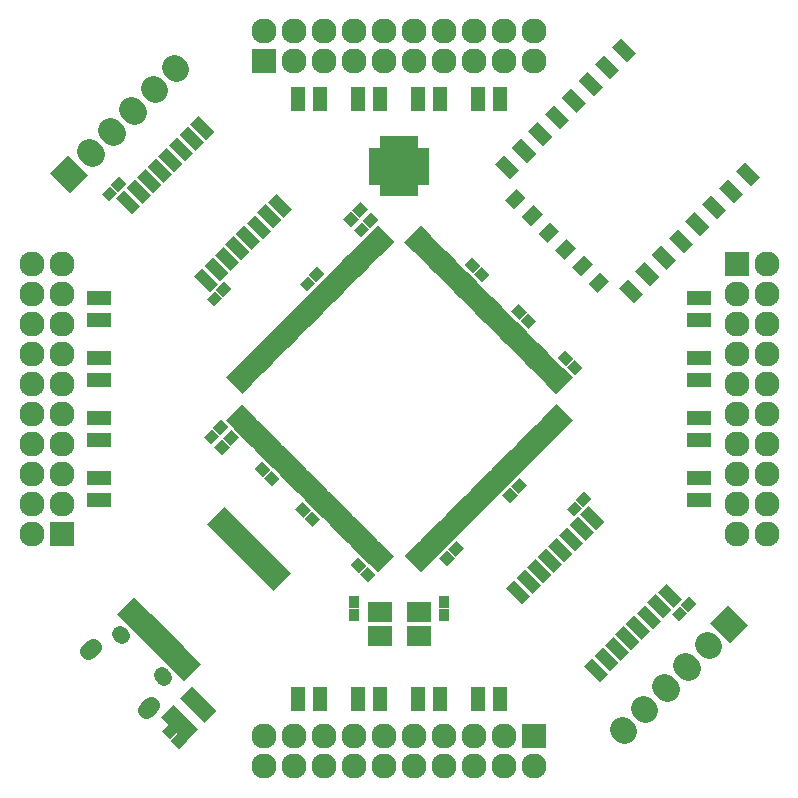
<source format=gbr>
G04 #@! TF.FileFunction,Soldermask,Bot*
%FSLAX46Y46*%
G04 Gerber Fmt 4.6, Leading zero omitted, Abs format (unit mm)*
G04 Created by KiCad (PCBNEW 4.0.6-e0-6349~53~ubuntu14.04.1) date Tue Mar 21 08:09:45 2017*
%MOMM*%
%LPD*%
G01*
G04 APERTURE LIST*
%ADD10C,0.100000*%
%ADD11R,1.250000X0.700000*%
%ADD12R,0.700000X1.250000*%
%ADD13R,1.700000X1.700000*%
%ADD14R,2.127200X2.127200*%
%ADD15O,2.127200X2.127200*%
%ADD16R,0.900000X1.000000*%
%ADD17R,1.149300X0.798780*%
%ADD18R,0.798780X1.149300*%
%ADD19R,2.000000X1.700000*%
%ADD20C,2.127200*%
%ADD21C,1.350000*%
%ADD22C,1.400000*%
G04 APERTURE END LIST*
D10*
G36*
X167806978Y-95041907D02*
X166817029Y-96031856D01*
X166039212Y-95254039D01*
X167029161Y-94264090D01*
X167806978Y-95041907D01*
X167806978Y-95041907D01*
G37*
G36*
X166392765Y-93627693D02*
X165402816Y-94617642D01*
X164624999Y-93839825D01*
X165614948Y-92849876D01*
X166392765Y-93627693D01*
X166392765Y-93627693D01*
G37*
G36*
X164978551Y-92213479D02*
X163988602Y-93203428D01*
X163210785Y-92425611D01*
X164200734Y-91435662D01*
X164978551Y-92213479D01*
X164978551Y-92213479D01*
G37*
G36*
X163564338Y-90799266D02*
X162574389Y-91789215D01*
X161796572Y-91011398D01*
X162786521Y-90021449D01*
X163564338Y-90799266D01*
X163564338Y-90799266D01*
G37*
G36*
X162150124Y-89385052D02*
X161160175Y-90375001D01*
X160382358Y-89597184D01*
X161372307Y-88607235D01*
X162150124Y-89385052D01*
X162150124Y-89385052D01*
G37*
G36*
X160735910Y-87970839D02*
X159745961Y-88960788D01*
X158968144Y-88182971D01*
X159958093Y-87193022D01*
X160735910Y-87970839D01*
X160735910Y-87970839D01*
G37*
G36*
X160170226Y-85637386D02*
X159392408Y-86415204D01*
X158119616Y-85142412D01*
X158897434Y-84364594D01*
X160170226Y-85637386D01*
X160170226Y-85637386D01*
G37*
G36*
X161584439Y-84223172D02*
X160806621Y-85000990D01*
X159533829Y-83728198D01*
X160311647Y-82950380D01*
X161584439Y-84223172D01*
X161584439Y-84223172D01*
G37*
G36*
X162998653Y-82808959D02*
X162220835Y-83586777D01*
X160948043Y-82313985D01*
X161725861Y-81536167D01*
X162998653Y-82808959D01*
X162998653Y-82808959D01*
G37*
G36*
X164412866Y-81394745D02*
X163635048Y-82172563D01*
X162362256Y-80899771D01*
X163140074Y-80121953D01*
X164412866Y-81394745D01*
X164412866Y-81394745D01*
G37*
G36*
X165827080Y-79980532D02*
X165049262Y-80758350D01*
X163776470Y-79485558D01*
X164554288Y-78707740D01*
X165827080Y-79980532D01*
X165827080Y-79980532D01*
G37*
G36*
X167241293Y-78566318D02*
X166463475Y-79344136D01*
X165190683Y-78071344D01*
X165968501Y-77293526D01*
X167241293Y-78566318D01*
X167241293Y-78566318D01*
G37*
G36*
X168655507Y-77152105D02*
X167877689Y-77929923D01*
X166604897Y-76657131D01*
X167382715Y-75879313D01*
X168655507Y-77152105D01*
X168655507Y-77152105D01*
G37*
G36*
X170069721Y-75737891D02*
X169291903Y-76515709D01*
X168019111Y-75242917D01*
X168796929Y-74465099D01*
X170069721Y-75737891D01*
X170069721Y-75737891D01*
G37*
G36*
X170635406Y-96102566D02*
X169857588Y-96880384D01*
X168584796Y-95607592D01*
X169362614Y-94829774D01*
X170635406Y-96102566D01*
X170635406Y-96102566D01*
G37*
G36*
X172049620Y-94688353D02*
X171271802Y-95466171D01*
X169999010Y-94193379D01*
X170776828Y-93415561D01*
X172049620Y-94688353D01*
X172049620Y-94688353D01*
G37*
G36*
X173463833Y-93274139D02*
X172686015Y-94051957D01*
X171413223Y-92779165D01*
X172191041Y-92001347D01*
X173463833Y-93274139D01*
X173463833Y-93274139D01*
G37*
G36*
X174878047Y-91859926D02*
X174100229Y-92637744D01*
X172827437Y-91364952D01*
X173605255Y-90587134D01*
X174878047Y-91859926D01*
X174878047Y-91859926D01*
G37*
G36*
X176292260Y-90445712D02*
X175514442Y-91223530D01*
X174241650Y-89950738D01*
X175019468Y-89172920D01*
X176292260Y-90445712D01*
X176292260Y-90445712D01*
G37*
G36*
X177706474Y-89031499D02*
X176928656Y-89809317D01*
X175655864Y-88536525D01*
X176433682Y-87758707D01*
X177706474Y-89031499D01*
X177706474Y-89031499D01*
G37*
G36*
X179120687Y-87617285D02*
X178342869Y-88395103D01*
X177070077Y-87122311D01*
X177847895Y-86344493D01*
X179120687Y-87617285D01*
X179120687Y-87617285D01*
G37*
G36*
X180534901Y-86203071D02*
X179757083Y-86980889D01*
X178484291Y-85708097D01*
X179262109Y-84930279D01*
X180534901Y-86203071D01*
X180534901Y-86203071D01*
G37*
D11*
X151950000Y-84065000D03*
X151950000Y-84565000D03*
X151950000Y-85065000D03*
X151950000Y-85565000D03*
X151950000Y-86065000D03*
X151950000Y-86565000D03*
D12*
X151250000Y-87265000D03*
X150750000Y-87265000D03*
X150250000Y-87265000D03*
X149750000Y-87265000D03*
X149250000Y-87265000D03*
X148750000Y-87265000D03*
D11*
X148050000Y-86565000D03*
X148050000Y-86065000D03*
X148050000Y-85565000D03*
X148050000Y-85065000D03*
X148050000Y-84565000D03*
X148050000Y-84065000D03*
D12*
X148750000Y-83365000D03*
X149250000Y-83365000D03*
X149750000Y-83365000D03*
X150250000Y-83365000D03*
X150750000Y-83365000D03*
X151250000Y-83365000D03*
D13*
X149350000Y-85965000D03*
X149350000Y-84665000D03*
X150650000Y-85965000D03*
X150650000Y-84665000D03*
D10*
G36*
X126033559Y-88026845D02*
X126740666Y-87319738D01*
X128084169Y-88663241D01*
X127377062Y-89370348D01*
X126033559Y-88026845D01*
X126033559Y-88026845D01*
G37*
G36*
X126931584Y-87128819D02*
X127638691Y-86421712D01*
X128982194Y-87765215D01*
X128275087Y-88472322D01*
X126931584Y-87128819D01*
X126931584Y-87128819D01*
G37*
G36*
X127829610Y-86230794D02*
X128536717Y-85523687D01*
X129880220Y-86867190D01*
X129173113Y-87574297D01*
X127829610Y-86230794D01*
X127829610Y-86230794D01*
G37*
G36*
X128727636Y-85332768D02*
X129434743Y-84625661D01*
X130778246Y-85969164D01*
X130071139Y-86676271D01*
X128727636Y-85332768D01*
X128727636Y-85332768D01*
G37*
G36*
X129625661Y-84434743D02*
X130332768Y-83727636D01*
X131676271Y-85071139D01*
X130969164Y-85778246D01*
X129625661Y-84434743D01*
X129625661Y-84434743D01*
G37*
G36*
X130523687Y-83536717D02*
X131230794Y-82829610D01*
X132574297Y-84173113D01*
X131867190Y-84880220D01*
X130523687Y-83536717D01*
X130523687Y-83536717D01*
G37*
G36*
X131421712Y-82638691D02*
X132128819Y-81931584D01*
X133472322Y-83275087D01*
X132765215Y-83982194D01*
X131421712Y-82638691D01*
X131421712Y-82638691D01*
G37*
G36*
X132319738Y-81740666D02*
X133026845Y-81033559D01*
X134370348Y-82377062D01*
X133663241Y-83084169D01*
X132319738Y-81740666D01*
X132319738Y-81740666D01*
G37*
G36*
X138895831Y-88316759D02*
X139602938Y-87609652D01*
X140946441Y-88953155D01*
X140239334Y-89660262D01*
X138895831Y-88316759D01*
X138895831Y-88316759D01*
G37*
G36*
X137997806Y-89214785D02*
X138704913Y-88507678D01*
X140048416Y-89851181D01*
X139341309Y-90558288D01*
X137997806Y-89214785D01*
X137997806Y-89214785D01*
G37*
G36*
X137099780Y-90112810D02*
X137806887Y-89405703D01*
X139150390Y-90749206D01*
X138443283Y-91456313D01*
X137099780Y-90112810D01*
X137099780Y-90112810D01*
G37*
G36*
X136201754Y-91010836D02*
X136908861Y-90303729D01*
X138252364Y-91647232D01*
X137545257Y-92354339D01*
X136201754Y-91010836D01*
X136201754Y-91010836D01*
G37*
G36*
X135303729Y-91908861D02*
X136010836Y-91201754D01*
X137354339Y-92545257D01*
X136647232Y-93252364D01*
X135303729Y-91908861D01*
X135303729Y-91908861D01*
G37*
G36*
X134405703Y-92806887D02*
X135112810Y-92099780D01*
X136456313Y-93443283D01*
X135749206Y-94150390D01*
X134405703Y-92806887D01*
X134405703Y-92806887D01*
G37*
G36*
X133507678Y-93704913D02*
X134214785Y-92997806D01*
X135558288Y-94341309D01*
X134851181Y-95048416D01*
X133507678Y-93704913D01*
X133507678Y-93704913D01*
G37*
G36*
X132609652Y-94602938D02*
X133316759Y-93895831D01*
X134660262Y-95239334D01*
X133953155Y-95946441D01*
X132609652Y-94602938D01*
X132609652Y-94602938D01*
G37*
G36*
X137980128Y-119848299D02*
X136565914Y-118434085D01*
X138050838Y-116949161D01*
X139465052Y-118363375D01*
X137980128Y-119848299D01*
X137980128Y-119848299D01*
G37*
G36*
X139394342Y-121262513D02*
X137980128Y-119848299D01*
X139465052Y-118363375D01*
X140879266Y-119777589D01*
X139394342Y-121262513D01*
X139394342Y-121262513D01*
G37*
G36*
X136565915Y-118434086D02*
X135151701Y-117019872D01*
X136636625Y-115534948D01*
X138050839Y-116949162D01*
X136565915Y-118434086D01*
X136565915Y-118434086D01*
G37*
G36*
X135151701Y-117019872D02*
X133737487Y-115605658D01*
X135222411Y-114120734D01*
X136636625Y-115534948D01*
X135151701Y-117019872D01*
X135151701Y-117019872D01*
G37*
G36*
X127514948Y-124656625D02*
X126100734Y-123242411D01*
X127585658Y-121757487D01*
X128999872Y-123171701D01*
X127514948Y-124656625D01*
X127514948Y-124656625D01*
G37*
G36*
X128929162Y-126070839D02*
X127514948Y-124656625D01*
X128999872Y-123171701D01*
X130414086Y-124585915D01*
X128929162Y-126070839D01*
X128929162Y-126070839D01*
G37*
G36*
X131757589Y-128899266D02*
X130343375Y-127485052D01*
X131828299Y-126000128D01*
X133242513Y-127414342D01*
X131757589Y-128899266D01*
X131757589Y-128899266D01*
G37*
G36*
X130343375Y-127485052D02*
X128929161Y-126070838D01*
X130414085Y-124585914D01*
X131828299Y-126000128D01*
X130343375Y-127485052D01*
X130343375Y-127485052D01*
G37*
G36*
X164690143Y-106820800D02*
X164195169Y-107315774D01*
X162816311Y-105936916D01*
X163311285Y-105441942D01*
X164690143Y-106820800D01*
X164690143Y-106820800D01*
G37*
G36*
X164336590Y-107174354D02*
X163841616Y-107669328D01*
X162462758Y-106290470D01*
X162957732Y-105795496D01*
X164336590Y-107174354D01*
X164336590Y-107174354D01*
G37*
G36*
X163983036Y-107527907D02*
X163488062Y-108022881D01*
X162109204Y-106644023D01*
X162604178Y-106149049D01*
X163983036Y-107527907D01*
X163983036Y-107527907D01*
G37*
G36*
X163629483Y-107881460D02*
X163134509Y-108376434D01*
X161755651Y-106997576D01*
X162250625Y-106502602D01*
X163629483Y-107881460D01*
X163629483Y-107881460D01*
G37*
G36*
X163275929Y-108235014D02*
X162780955Y-108729988D01*
X161402097Y-107351130D01*
X161897071Y-106856156D01*
X163275929Y-108235014D01*
X163275929Y-108235014D01*
G37*
G36*
X162922376Y-108588567D02*
X162427402Y-109083541D01*
X161048544Y-107704683D01*
X161543518Y-107209709D01*
X162922376Y-108588567D01*
X162922376Y-108588567D01*
G37*
G36*
X162568823Y-108942121D02*
X162073849Y-109437095D01*
X160694991Y-108058237D01*
X161189965Y-107563263D01*
X162568823Y-108942121D01*
X162568823Y-108942121D01*
G37*
G36*
X162215269Y-109295674D02*
X161720295Y-109790648D01*
X160341437Y-108411790D01*
X160836411Y-107916816D01*
X162215269Y-109295674D01*
X162215269Y-109295674D01*
G37*
G36*
X161861716Y-109649227D02*
X161366742Y-110144201D01*
X159987884Y-108765343D01*
X160482858Y-108270369D01*
X161861716Y-109649227D01*
X161861716Y-109649227D01*
G37*
G36*
X161508162Y-110002781D02*
X161013188Y-110497755D01*
X159634330Y-109118897D01*
X160129304Y-108623923D01*
X161508162Y-110002781D01*
X161508162Y-110002781D01*
G37*
G36*
X161154609Y-110356334D02*
X160659635Y-110851308D01*
X159280777Y-109472450D01*
X159775751Y-108977476D01*
X161154609Y-110356334D01*
X161154609Y-110356334D01*
G37*
G36*
X160801056Y-110709888D02*
X160306082Y-111204862D01*
X158927224Y-109826004D01*
X159422198Y-109331030D01*
X160801056Y-110709888D01*
X160801056Y-110709888D01*
G37*
G36*
X160447502Y-111063441D02*
X159952528Y-111558415D01*
X158573670Y-110179557D01*
X159068644Y-109684583D01*
X160447502Y-111063441D01*
X160447502Y-111063441D01*
G37*
G36*
X160093949Y-111416994D02*
X159598975Y-111911968D01*
X158220117Y-110533110D01*
X158715091Y-110038136D01*
X160093949Y-111416994D01*
X160093949Y-111416994D01*
G37*
G36*
X159740395Y-111770548D02*
X159245421Y-112265522D01*
X157866563Y-110886664D01*
X158361537Y-110391690D01*
X159740395Y-111770548D01*
X159740395Y-111770548D01*
G37*
G36*
X159386842Y-112124101D02*
X158891868Y-112619075D01*
X157513010Y-111240217D01*
X158007984Y-110745243D01*
X159386842Y-112124101D01*
X159386842Y-112124101D01*
G37*
G36*
X159033289Y-112477654D02*
X158538315Y-112972628D01*
X157159457Y-111593770D01*
X157654431Y-111098796D01*
X159033289Y-112477654D01*
X159033289Y-112477654D01*
G37*
G36*
X158679735Y-112831208D02*
X158184761Y-113326182D01*
X156805903Y-111947324D01*
X157300877Y-111452350D01*
X158679735Y-112831208D01*
X158679735Y-112831208D01*
G37*
G36*
X158326182Y-113184761D02*
X157831208Y-113679735D01*
X156452350Y-112300877D01*
X156947324Y-111805903D01*
X158326182Y-113184761D01*
X158326182Y-113184761D01*
G37*
G36*
X157972628Y-113538315D02*
X157477654Y-114033289D01*
X156098796Y-112654431D01*
X156593770Y-112159457D01*
X157972628Y-113538315D01*
X157972628Y-113538315D01*
G37*
G36*
X157619075Y-113891868D02*
X157124101Y-114386842D01*
X155745243Y-113007984D01*
X156240217Y-112513010D01*
X157619075Y-113891868D01*
X157619075Y-113891868D01*
G37*
G36*
X157265522Y-114245421D02*
X156770548Y-114740395D01*
X155391690Y-113361537D01*
X155886664Y-112866563D01*
X157265522Y-114245421D01*
X157265522Y-114245421D01*
G37*
G36*
X156911968Y-114598975D02*
X156416994Y-115093949D01*
X155038136Y-113715091D01*
X155533110Y-113220117D01*
X156911968Y-114598975D01*
X156911968Y-114598975D01*
G37*
G36*
X156558415Y-114952528D02*
X156063441Y-115447502D01*
X154684583Y-114068644D01*
X155179557Y-113573670D01*
X156558415Y-114952528D01*
X156558415Y-114952528D01*
G37*
G36*
X156204862Y-115306082D02*
X155709888Y-115801056D01*
X154331030Y-114422198D01*
X154826004Y-113927224D01*
X156204862Y-115306082D01*
X156204862Y-115306082D01*
G37*
G36*
X155851308Y-115659635D02*
X155356334Y-116154609D01*
X153977476Y-114775751D01*
X154472450Y-114280777D01*
X155851308Y-115659635D01*
X155851308Y-115659635D01*
G37*
G36*
X155497755Y-116013188D02*
X155002781Y-116508162D01*
X153623923Y-115129304D01*
X154118897Y-114634330D01*
X155497755Y-116013188D01*
X155497755Y-116013188D01*
G37*
G36*
X155144201Y-116366742D02*
X154649227Y-116861716D01*
X153270369Y-115482858D01*
X153765343Y-114987884D01*
X155144201Y-116366742D01*
X155144201Y-116366742D01*
G37*
G36*
X154790648Y-116720295D02*
X154295674Y-117215269D01*
X152916816Y-115836411D01*
X153411790Y-115341437D01*
X154790648Y-116720295D01*
X154790648Y-116720295D01*
G37*
G36*
X154437095Y-117073849D02*
X153942121Y-117568823D01*
X152563263Y-116189965D01*
X153058237Y-115694991D01*
X154437095Y-117073849D01*
X154437095Y-117073849D01*
G37*
G36*
X154083541Y-117427402D02*
X153588567Y-117922376D01*
X152209709Y-116543518D01*
X152704683Y-116048544D01*
X154083541Y-117427402D01*
X154083541Y-117427402D01*
G37*
G36*
X153729988Y-117780955D02*
X153235014Y-118275929D01*
X151856156Y-116897071D01*
X152351130Y-116402097D01*
X153729988Y-117780955D01*
X153729988Y-117780955D01*
G37*
G36*
X153376434Y-118134509D02*
X152881460Y-118629483D01*
X151502602Y-117250625D01*
X151997576Y-116755651D01*
X153376434Y-118134509D01*
X153376434Y-118134509D01*
G37*
G36*
X153022881Y-118488062D02*
X152527907Y-118983036D01*
X151149049Y-117604178D01*
X151644023Y-117109204D01*
X153022881Y-118488062D01*
X153022881Y-118488062D01*
G37*
G36*
X152669328Y-118841616D02*
X152174354Y-119336590D01*
X150795496Y-117957732D01*
X151290470Y-117462758D01*
X152669328Y-118841616D01*
X152669328Y-118841616D01*
G37*
G36*
X152315774Y-119195169D02*
X151820800Y-119690143D01*
X150441942Y-118311285D01*
X150936916Y-117816311D01*
X152315774Y-119195169D01*
X152315774Y-119195169D01*
G37*
G36*
X148179200Y-119690143D02*
X147684226Y-119195169D01*
X149063084Y-117816311D01*
X149558058Y-118311285D01*
X148179200Y-119690143D01*
X148179200Y-119690143D01*
G37*
G36*
X147825646Y-119336590D02*
X147330672Y-118841616D01*
X148709530Y-117462758D01*
X149204504Y-117957732D01*
X147825646Y-119336590D01*
X147825646Y-119336590D01*
G37*
G36*
X147472093Y-118983036D02*
X146977119Y-118488062D01*
X148355977Y-117109204D01*
X148850951Y-117604178D01*
X147472093Y-118983036D01*
X147472093Y-118983036D01*
G37*
G36*
X147118540Y-118629483D02*
X146623566Y-118134509D01*
X148002424Y-116755651D01*
X148497398Y-117250625D01*
X147118540Y-118629483D01*
X147118540Y-118629483D01*
G37*
G36*
X146764986Y-118275929D02*
X146270012Y-117780955D01*
X147648870Y-116402097D01*
X148143844Y-116897071D01*
X146764986Y-118275929D01*
X146764986Y-118275929D01*
G37*
G36*
X146411433Y-117922376D02*
X145916459Y-117427402D01*
X147295317Y-116048544D01*
X147790291Y-116543518D01*
X146411433Y-117922376D01*
X146411433Y-117922376D01*
G37*
G36*
X146057879Y-117568823D02*
X145562905Y-117073849D01*
X146941763Y-115694991D01*
X147436737Y-116189965D01*
X146057879Y-117568823D01*
X146057879Y-117568823D01*
G37*
G36*
X145704326Y-117215269D02*
X145209352Y-116720295D01*
X146588210Y-115341437D01*
X147083184Y-115836411D01*
X145704326Y-117215269D01*
X145704326Y-117215269D01*
G37*
G36*
X145350773Y-116861716D02*
X144855799Y-116366742D01*
X146234657Y-114987884D01*
X146729631Y-115482858D01*
X145350773Y-116861716D01*
X145350773Y-116861716D01*
G37*
G36*
X144997219Y-116508162D02*
X144502245Y-116013188D01*
X145881103Y-114634330D01*
X146376077Y-115129304D01*
X144997219Y-116508162D01*
X144997219Y-116508162D01*
G37*
G36*
X144643666Y-116154609D02*
X144148692Y-115659635D01*
X145527550Y-114280777D01*
X146022524Y-114775751D01*
X144643666Y-116154609D01*
X144643666Y-116154609D01*
G37*
G36*
X144290112Y-115801056D02*
X143795138Y-115306082D01*
X145173996Y-113927224D01*
X145668970Y-114422198D01*
X144290112Y-115801056D01*
X144290112Y-115801056D01*
G37*
G36*
X143936559Y-115447502D02*
X143441585Y-114952528D01*
X144820443Y-113573670D01*
X145315417Y-114068644D01*
X143936559Y-115447502D01*
X143936559Y-115447502D01*
G37*
G36*
X143583006Y-115093949D02*
X143088032Y-114598975D01*
X144466890Y-113220117D01*
X144961864Y-113715091D01*
X143583006Y-115093949D01*
X143583006Y-115093949D01*
G37*
G36*
X143229452Y-114740395D02*
X142734478Y-114245421D01*
X144113336Y-112866563D01*
X144608310Y-113361537D01*
X143229452Y-114740395D01*
X143229452Y-114740395D01*
G37*
G36*
X142875899Y-114386842D02*
X142380925Y-113891868D01*
X143759783Y-112513010D01*
X144254757Y-113007984D01*
X142875899Y-114386842D01*
X142875899Y-114386842D01*
G37*
G36*
X142522346Y-114033289D02*
X142027372Y-113538315D01*
X143406230Y-112159457D01*
X143901204Y-112654431D01*
X142522346Y-114033289D01*
X142522346Y-114033289D01*
G37*
G36*
X142168792Y-113679735D02*
X141673818Y-113184761D01*
X143052676Y-111805903D01*
X143547650Y-112300877D01*
X142168792Y-113679735D01*
X142168792Y-113679735D01*
G37*
G36*
X141815239Y-113326182D02*
X141320265Y-112831208D01*
X142699123Y-111452350D01*
X143194097Y-111947324D01*
X141815239Y-113326182D01*
X141815239Y-113326182D01*
G37*
G36*
X141461685Y-112972628D02*
X140966711Y-112477654D01*
X142345569Y-111098796D01*
X142840543Y-111593770D01*
X141461685Y-112972628D01*
X141461685Y-112972628D01*
G37*
G36*
X141108132Y-112619075D02*
X140613158Y-112124101D01*
X141992016Y-110745243D01*
X142486990Y-111240217D01*
X141108132Y-112619075D01*
X141108132Y-112619075D01*
G37*
G36*
X140754579Y-112265522D02*
X140259605Y-111770548D01*
X141638463Y-110391690D01*
X142133437Y-110886664D01*
X140754579Y-112265522D01*
X140754579Y-112265522D01*
G37*
G36*
X140401025Y-111911968D02*
X139906051Y-111416994D01*
X141284909Y-110038136D01*
X141779883Y-110533110D01*
X140401025Y-111911968D01*
X140401025Y-111911968D01*
G37*
G36*
X140047472Y-111558415D02*
X139552498Y-111063441D01*
X140931356Y-109684583D01*
X141426330Y-110179557D01*
X140047472Y-111558415D01*
X140047472Y-111558415D01*
G37*
G36*
X139693918Y-111204862D02*
X139198944Y-110709888D01*
X140577802Y-109331030D01*
X141072776Y-109826004D01*
X139693918Y-111204862D01*
X139693918Y-111204862D01*
G37*
G36*
X139340365Y-110851308D02*
X138845391Y-110356334D01*
X140224249Y-108977476D01*
X140719223Y-109472450D01*
X139340365Y-110851308D01*
X139340365Y-110851308D01*
G37*
G36*
X138986812Y-110497755D02*
X138491838Y-110002781D01*
X139870696Y-108623923D01*
X140365670Y-109118897D01*
X138986812Y-110497755D01*
X138986812Y-110497755D01*
G37*
G36*
X138633258Y-110144201D02*
X138138284Y-109649227D01*
X139517142Y-108270369D01*
X140012116Y-108765343D01*
X138633258Y-110144201D01*
X138633258Y-110144201D01*
G37*
G36*
X138279705Y-109790648D02*
X137784731Y-109295674D01*
X139163589Y-107916816D01*
X139658563Y-108411790D01*
X138279705Y-109790648D01*
X138279705Y-109790648D01*
G37*
G36*
X137926151Y-109437095D02*
X137431177Y-108942121D01*
X138810035Y-107563263D01*
X139305009Y-108058237D01*
X137926151Y-109437095D01*
X137926151Y-109437095D01*
G37*
G36*
X137572598Y-109083541D02*
X137077624Y-108588567D01*
X138456482Y-107209709D01*
X138951456Y-107704683D01*
X137572598Y-109083541D01*
X137572598Y-109083541D01*
G37*
G36*
X137219045Y-108729988D02*
X136724071Y-108235014D01*
X138102929Y-106856156D01*
X138597903Y-107351130D01*
X137219045Y-108729988D01*
X137219045Y-108729988D01*
G37*
G36*
X136865491Y-108376434D02*
X136370517Y-107881460D01*
X137749375Y-106502602D01*
X138244349Y-106997576D01*
X136865491Y-108376434D01*
X136865491Y-108376434D01*
G37*
G36*
X136511938Y-108022881D02*
X136016964Y-107527907D01*
X137395822Y-106149049D01*
X137890796Y-106644023D01*
X136511938Y-108022881D01*
X136511938Y-108022881D01*
G37*
G36*
X136158384Y-107669328D02*
X135663410Y-107174354D01*
X137042268Y-105795496D01*
X137537242Y-106290470D01*
X136158384Y-107669328D01*
X136158384Y-107669328D01*
G37*
G36*
X135804831Y-107315774D02*
X135309857Y-106820800D01*
X136688715Y-105441942D01*
X137183689Y-105936916D01*
X135804831Y-107315774D01*
X135804831Y-107315774D01*
G37*
G36*
X137183689Y-104063084D02*
X136688715Y-104558058D01*
X135309857Y-103179200D01*
X135804831Y-102684226D01*
X137183689Y-104063084D01*
X137183689Y-104063084D01*
G37*
G36*
X137537242Y-103709530D02*
X137042268Y-104204504D01*
X135663410Y-102825646D01*
X136158384Y-102330672D01*
X137537242Y-103709530D01*
X137537242Y-103709530D01*
G37*
G36*
X137890796Y-103355977D02*
X137395822Y-103850951D01*
X136016964Y-102472093D01*
X136511938Y-101977119D01*
X137890796Y-103355977D01*
X137890796Y-103355977D01*
G37*
G36*
X138244349Y-103002424D02*
X137749375Y-103497398D01*
X136370517Y-102118540D01*
X136865491Y-101623566D01*
X138244349Y-103002424D01*
X138244349Y-103002424D01*
G37*
G36*
X138597903Y-102648870D02*
X138102929Y-103143844D01*
X136724071Y-101764986D01*
X137219045Y-101270012D01*
X138597903Y-102648870D01*
X138597903Y-102648870D01*
G37*
G36*
X138951456Y-102295317D02*
X138456482Y-102790291D01*
X137077624Y-101411433D01*
X137572598Y-100916459D01*
X138951456Y-102295317D01*
X138951456Y-102295317D01*
G37*
G36*
X139305009Y-101941763D02*
X138810035Y-102436737D01*
X137431177Y-101057879D01*
X137926151Y-100562905D01*
X139305009Y-101941763D01*
X139305009Y-101941763D01*
G37*
G36*
X139658563Y-101588210D02*
X139163589Y-102083184D01*
X137784731Y-100704326D01*
X138279705Y-100209352D01*
X139658563Y-101588210D01*
X139658563Y-101588210D01*
G37*
G36*
X140012116Y-101234657D02*
X139517142Y-101729631D01*
X138138284Y-100350773D01*
X138633258Y-99855799D01*
X140012116Y-101234657D01*
X140012116Y-101234657D01*
G37*
G36*
X140365670Y-100881103D02*
X139870696Y-101376077D01*
X138491838Y-99997219D01*
X138986812Y-99502245D01*
X140365670Y-100881103D01*
X140365670Y-100881103D01*
G37*
G36*
X140719223Y-100527550D02*
X140224249Y-101022524D01*
X138845391Y-99643666D01*
X139340365Y-99148692D01*
X140719223Y-100527550D01*
X140719223Y-100527550D01*
G37*
G36*
X141072776Y-100173996D02*
X140577802Y-100668970D01*
X139198944Y-99290112D01*
X139693918Y-98795138D01*
X141072776Y-100173996D01*
X141072776Y-100173996D01*
G37*
G36*
X141426330Y-99820443D02*
X140931356Y-100315417D01*
X139552498Y-98936559D01*
X140047472Y-98441585D01*
X141426330Y-99820443D01*
X141426330Y-99820443D01*
G37*
G36*
X141779883Y-99466890D02*
X141284909Y-99961864D01*
X139906051Y-98583006D01*
X140401025Y-98088032D01*
X141779883Y-99466890D01*
X141779883Y-99466890D01*
G37*
G36*
X142133437Y-99113336D02*
X141638463Y-99608310D01*
X140259605Y-98229452D01*
X140754579Y-97734478D01*
X142133437Y-99113336D01*
X142133437Y-99113336D01*
G37*
G36*
X142486990Y-98759783D02*
X141992016Y-99254757D01*
X140613158Y-97875899D01*
X141108132Y-97380925D01*
X142486990Y-98759783D01*
X142486990Y-98759783D01*
G37*
G36*
X142840543Y-98406230D02*
X142345569Y-98901204D01*
X140966711Y-97522346D01*
X141461685Y-97027372D01*
X142840543Y-98406230D01*
X142840543Y-98406230D01*
G37*
G36*
X143194097Y-98052676D02*
X142699123Y-98547650D01*
X141320265Y-97168792D01*
X141815239Y-96673818D01*
X143194097Y-98052676D01*
X143194097Y-98052676D01*
G37*
G36*
X143547650Y-97699123D02*
X143052676Y-98194097D01*
X141673818Y-96815239D01*
X142168792Y-96320265D01*
X143547650Y-97699123D01*
X143547650Y-97699123D01*
G37*
G36*
X143901204Y-97345569D02*
X143406230Y-97840543D01*
X142027372Y-96461685D01*
X142522346Y-95966711D01*
X143901204Y-97345569D01*
X143901204Y-97345569D01*
G37*
G36*
X144254757Y-96992016D02*
X143759783Y-97486990D01*
X142380925Y-96108132D01*
X142875899Y-95613158D01*
X144254757Y-96992016D01*
X144254757Y-96992016D01*
G37*
G36*
X144608310Y-96638463D02*
X144113336Y-97133437D01*
X142734478Y-95754579D01*
X143229452Y-95259605D01*
X144608310Y-96638463D01*
X144608310Y-96638463D01*
G37*
G36*
X144961864Y-96284909D02*
X144466890Y-96779883D01*
X143088032Y-95401025D01*
X143583006Y-94906051D01*
X144961864Y-96284909D01*
X144961864Y-96284909D01*
G37*
G36*
X145315417Y-95931356D02*
X144820443Y-96426330D01*
X143441585Y-95047472D01*
X143936559Y-94552498D01*
X145315417Y-95931356D01*
X145315417Y-95931356D01*
G37*
G36*
X145668970Y-95577802D02*
X145173996Y-96072776D01*
X143795138Y-94693918D01*
X144290112Y-94198944D01*
X145668970Y-95577802D01*
X145668970Y-95577802D01*
G37*
G36*
X146022524Y-95224249D02*
X145527550Y-95719223D01*
X144148692Y-94340365D01*
X144643666Y-93845391D01*
X146022524Y-95224249D01*
X146022524Y-95224249D01*
G37*
G36*
X146376077Y-94870696D02*
X145881103Y-95365670D01*
X144502245Y-93986812D01*
X144997219Y-93491838D01*
X146376077Y-94870696D01*
X146376077Y-94870696D01*
G37*
G36*
X146729631Y-94517142D02*
X146234657Y-95012116D01*
X144855799Y-93633258D01*
X145350773Y-93138284D01*
X146729631Y-94517142D01*
X146729631Y-94517142D01*
G37*
G36*
X147083184Y-94163589D02*
X146588210Y-94658563D01*
X145209352Y-93279705D01*
X145704326Y-92784731D01*
X147083184Y-94163589D01*
X147083184Y-94163589D01*
G37*
G36*
X147436737Y-93810035D02*
X146941763Y-94305009D01*
X145562905Y-92926151D01*
X146057879Y-92431177D01*
X147436737Y-93810035D01*
X147436737Y-93810035D01*
G37*
G36*
X147790291Y-93456482D02*
X147295317Y-93951456D01*
X145916459Y-92572598D01*
X146411433Y-92077624D01*
X147790291Y-93456482D01*
X147790291Y-93456482D01*
G37*
G36*
X148143844Y-93102929D02*
X147648870Y-93597903D01*
X146270012Y-92219045D01*
X146764986Y-91724071D01*
X148143844Y-93102929D01*
X148143844Y-93102929D01*
G37*
G36*
X148497398Y-92749375D02*
X148002424Y-93244349D01*
X146623566Y-91865491D01*
X147118540Y-91370517D01*
X148497398Y-92749375D01*
X148497398Y-92749375D01*
G37*
G36*
X148850951Y-92395822D02*
X148355977Y-92890796D01*
X146977119Y-91511938D01*
X147472093Y-91016964D01*
X148850951Y-92395822D01*
X148850951Y-92395822D01*
G37*
G36*
X149204504Y-92042268D02*
X148709530Y-92537242D01*
X147330672Y-91158384D01*
X147825646Y-90663410D01*
X149204504Y-92042268D01*
X149204504Y-92042268D01*
G37*
G36*
X149558058Y-91688715D02*
X149063084Y-92183689D01*
X147684226Y-90804831D01*
X148179200Y-90309857D01*
X149558058Y-91688715D01*
X149558058Y-91688715D01*
G37*
G36*
X150936916Y-92183689D02*
X150441942Y-91688715D01*
X151820800Y-90309857D01*
X152315774Y-90804831D01*
X150936916Y-92183689D01*
X150936916Y-92183689D01*
G37*
G36*
X151290470Y-92537242D02*
X150795496Y-92042268D01*
X152174354Y-90663410D01*
X152669328Y-91158384D01*
X151290470Y-92537242D01*
X151290470Y-92537242D01*
G37*
G36*
X151644023Y-92890796D02*
X151149049Y-92395822D01*
X152527907Y-91016964D01*
X153022881Y-91511938D01*
X151644023Y-92890796D01*
X151644023Y-92890796D01*
G37*
G36*
X151997576Y-93244349D02*
X151502602Y-92749375D01*
X152881460Y-91370517D01*
X153376434Y-91865491D01*
X151997576Y-93244349D01*
X151997576Y-93244349D01*
G37*
G36*
X152351130Y-93597903D02*
X151856156Y-93102929D01*
X153235014Y-91724071D01*
X153729988Y-92219045D01*
X152351130Y-93597903D01*
X152351130Y-93597903D01*
G37*
G36*
X152704683Y-93951456D02*
X152209709Y-93456482D01*
X153588567Y-92077624D01*
X154083541Y-92572598D01*
X152704683Y-93951456D01*
X152704683Y-93951456D01*
G37*
G36*
X153058237Y-94305009D02*
X152563263Y-93810035D01*
X153942121Y-92431177D01*
X154437095Y-92926151D01*
X153058237Y-94305009D01*
X153058237Y-94305009D01*
G37*
G36*
X153411790Y-94658563D02*
X152916816Y-94163589D01*
X154295674Y-92784731D01*
X154790648Y-93279705D01*
X153411790Y-94658563D01*
X153411790Y-94658563D01*
G37*
G36*
X153765343Y-95012116D02*
X153270369Y-94517142D01*
X154649227Y-93138284D01*
X155144201Y-93633258D01*
X153765343Y-95012116D01*
X153765343Y-95012116D01*
G37*
G36*
X154118897Y-95365670D02*
X153623923Y-94870696D01*
X155002781Y-93491838D01*
X155497755Y-93986812D01*
X154118897Y-95365670D01*
X154118897Y-95365670D01*
G37*
G36*
X154472450Y-95719223D02*
X153977476Y-95224249D01*
X155356334Y-93845391D01*
X155851308Y-94340365D01*
X154472450Y-95719223D01*
X154472450Y-95719223D01*
G37*
G36*
X154826004Y-96072776D02*
X154331030Y-95577802D01*
X155709888Y-94198944D01*
X156204862Y-94693918D01*
X154826004Y-96072776D01*
X154826004Y-96072776D01*
G37*
G36*
X155179557Y-96426330D02*
X154684583Y-95931356D01*
X156063441Y-94552498D01*
X156558415Y-95047472D01*
X155179557Y-96426330D01*
X155179557Y-96426330D01*
G37*
G36*
X155533110Y-96779883D02*
X155038136Y-96284909D01*
X156416994Y-94906051D01*
X156911968Y-95401025D01*
X155533110Y-96779883D01*
X155533110Y-96779883D01*
G37*
G36*
X155886664Y-97133437D02*
X155391690Y-96638463D01*
X156770548Y-95259605D01*
X157265522Y-95754579D01*
X155886664Y-97133437D01*
X155886664Y-97133437D01*
G37*
G36*
X156240217Y-97486990D02*
X155745243Y-96992016D01*
X157124101Y-95613158D01*
X157619075Y-96108132D01*
X156240217Y-97486990D01*
X156240217Y-97486990D01*
G37*
G36*
X156593770Y-97840543D02*
X156098796Y-97345569D01*
X157477654Y-95966711D01*
X157972628Y-96461685D01*
X156593770Y-97840543D01*
X156593770Y-97840543D01*
G37*
G36*
X156947324Y-98194097D02*
X156452350Y-97699123D01*
X157831208Y-96320265D01*
X158326182Y-96815239D01*
X156947324Y-98194097D01*
X156947324Y-98194097D01*
G37*
G36*
X157300877Y-98547650D02*
X156805903Y-98052676D01*
X158184761Y-96673818D01*
X158679735Y-97168792D01*
X157300877Y-98547650D01*
X157300877Y-98547650D01*
G37*
G36*
X157654431Y-98901204D02*
X157159457Y-98406230D01*
X158538315Y-97027372D01*
X159033289Y-97522346D01*
X157654431Y-98901204D01*
X157654431Y-98901204D01*
G37*
G36*
X158007984Y-99254757D02*
X157513010Y-98759783D01*
X158891868Y-97380925D01*
X159386842Y-97875899D01*
X158007984Y-99254757D01*
X158007984Y-99254757D01*
G37*
G36*
X158361537Y-99608310D02*
X157866563Y-99113336D01*
X159245421Y-97734478D01*
X159740395Y-98229452D01*
X158361537Y-99608310D01*
X158361537Y-99608310D01*
G37*
G36*
X158715091Y-99961864D02*
X158220117Y-99466890D01*
X159598975Y-98088032D01*
X160093949Y-98583006D01*
X158715091Y-99961864D01*
X158715091Y-99961864D01*
G37*
G36*
X159068644Y-100315417D02*
X158573670Y-99820443D01*
X159952528Y-98441585D01*
X160447502Y-98936559D01*
X159068644Y-100315417D01*
X159068644Y-100315417D01*
G37*
G36*
X159422198Y-100668970D02*
X158927224Y-100173996D01*
X160306082Y-98795138D01*
X160801056Y-99290112D01*
X159422198Y-100668970D01*
X159422198Y-100668970D01*
G37*
G36*
X159775751Y-101022524D02*
X159280777Y-100527550D01*
X160659635Y-99148692D01*
X161154609Y-99643666D01*
X159775751Y-101022524D01*
X159775751Y-101022524D01*
G37*
G36*
X160129304Y-101376077D02*
X159634330Y-100881103D01*
X161013188Y-99502245D01*
X161508162Y-99997219D01*
X160129304Y-101376077D01*
X160129304Y-101376077D01*
G37*
G36*
X160482858Y-101729631D02*
X159987884Y-101234657D01*
X161366742Y-99855799D01*
X161861716Y-100350773D01*
X160482858Y-101729631D01*
X160482858Y-101729631D01*
G37*
G36*
X160836411Y-102083184D02*
X160341437Y-101588210D01*
X161720295Y-100209352D01*
X162215269Y-100704326D01*
X160836411Y-102083184D01*
X160836411Y-102083184D01*
G37*
G36*
X161189965Y-102436737D02*
X160694991Y-101941763D01*
X162073849Y-100562905D01*
X162568823Y-101057879D01*
X161189965Y-102436737D01*
X161189965Y-102436737D01*
G37*
G36*
X161543518Y-102790291D02*
X161048544Y-102295317D01*
X162427402Y-100916459D01*
X162922376Y-101411433D01*
X161543518Y-102790291D01*
X161543518Y-102790291D01*
G37*
G36*
X161897071Y-103143844D02*
X161402097Y-102648870D01*
X162780955Y-101270012D01*
X163275929Y-101764986D01*
X161897071Y-103143844D01*
X161897071Y-103143844D01*
G37*
G36*
X162250625Y-103497398D02*
X161755651Y-103002424D01*
X163134509Y-101623566D01*
X163629483Y-102118540D01*
X162250625Y-103497398D01*
X162250625Y-103497398D01*
G37*
G36*
X162604178Y-103850951D02*
X162109204Y-103355977D01*
X163488062Y-101977119D01*
X163983036Y-102472093D01*
X162604178Y-103850951D01*
X162604178Y-103850951D01*
G37*
G36*
X162957732Y-104204504D02*
X162462758Y-103709530D01*
X163841616Y-102330672D01*
X164336590Y-102825646D01*
X162957732Y-104204504D01*
X162957732Y-104204504D01*
G37*
G36*
X163311285Y-104558058D02*
X162816311Y-104063084D01*
X164195169Y-102684226D01*
X164690143Y-103179200D01*
X163311285Y-104558058D01*
X163311285Y-104558058D01*
G37*
G36*
X173966441Y-121973155D02*
X173259334Y-122680262D01*
X171915831Y-121336759D01*
X172622938Y-120629652D01*
X173966441Y-121973155D01*
X173966441Y-121973155D01*
G37*
G36*
X173068416Y-122871181D02*
X172361309Y-123578288D01*
X171017806Y-122234785D01*
X171724913Y-121527678D01*
X173068416Y-122871181D01*
X173068416Y-122871181D01*
G37*
G36*
X172170390Y-123769206D02*
X171463283Y-124476313D01*
X170119780Y-123132810D01*
X170826887Y-122425703D01*
X172170390Y-123769206D01*
X172170390Y-123769206D01*
G37*
G36*
X171272364Y-124667232D02*
X170565257Y-125374339D01*
X169221754Y-124030836D01*
X169928861Y-123323729D01*
X171272364Y-124667232D01*
X171272364Y-124667232D01*
G37*
G36*
X170374339Y-125565257D02*
X169667232Y-126272364D01*
X168323729Y-124928861D01*
X169030836Y-124221754D01*
X170374339Y-125565257D01*
X170374339Y-125565257D01*
G37*
G36*
X169476313Y-126463283D02*
X168769206Y-127170390D01*
X167425703Y-125826887D01*
X168132810Y-125119780D01*
X169476313Y-126463283D01*
X169476313Y-126463283D01*
G37*
G36*
X168578288Y-127361309D02*
X167871181Y-128068416D01*
X166527678Y-126724913D01*
X167234785Y-126017806D01*
X168578288Y-127361309D01*
X168578288Y-127361309D01*
G37*
G36*
X167680262Y-128259334D02*
X166973155Y-128966441D01*
X165629652Y-127622938D01*
X166336759Y-126915831D01*
X167680262Y-128259334D01*
X167680262Y-128259334D01*
G37*
G36*
X161104169Y-121683241D02*
X160397062Y-122390348D01*
X159053559Y-121046845D01*
X159760666Y-120339738D01*
X161104169Y-121683241D01*
X161104169Y-121683241D01*
G37*
G36*
X162002194Y-120785215D02*
X161295087Y-121492322D01*
X159951584Y-120148819D01*
X160658691Y-119441712D01*
X162002194Y-120785215D01*
X162002194Y-120785215D01*
G37*
G36*
X162900220Y-119887190D02*
X162193113Y-120594297D01*
X160849610Y-119250794D01*
X161556717Y-118543687D01*
X162900220Y-119887190D01*
X162900220Y-119887190D01*
G37*
G36*
X163798246Y-118989164D02*
X163091139Y-119696271D01*
X161747636Y-118352768D01*
X162454743Y-117645661D01*
X163798246Y-118989164D01*
X163798246Y-118989164D01*
G37*
G36*
X164696271Y-118091139D02*
X163989164Y-118798246D01*
X162645661Y-117454743D01*
X163352768Y-116747636D01*
X164696271Y-118091139D01*
X164696271Y-118091139D01*
G37*
G36*
X165594297Y-117193113D02*
X164887190Y-117900220D01*
X163543687Y-116556717D01*
X164250794Y-115849610D01*
X165594297Y-117193113D01*
X165594297Y-117193113D01*
G37*
G36*
X166492322Y-116295087D02*
X165785215Y-117002194D01*
X164441712Y-115658691D01*
X165148819Y-114951584D01*
X166492322Y-116295087D01*
X166492322Y-116295087D01*
G37*
G36*
X167390348Y-115397062D02*
X166683241Y-116104169D01*
X165339738Y-114760666D01*
X166046845Y-114053559D01*
X167390348Y-115397062D01*
X167390348Y-115397062D01*
G37*
D14*
X161430000Y-133575000D03*
D15*
X161430000Y-136115000D03*
X158890000Y-133575000D03*
X158890000Y-136115000D03*
X156350000Y-133575000D03*
X156350000Y-136115000D03*
X153810000Y-133575000D03*
X153810000Y-136115000D03*
X151270000Y-133575000D03*
X151270000Y-136115000D03*
X148730000Y-133575000D03*
X148730000Y-136115000D03*
X146190000Y-133575000D03*
X146190000Y-136115000D03*
X143650000Y-133575000D03*
X143650000Y-136115000D03*
X141110000Y-133575000D03*
X141110000Y-136115000D03*
X138570000Y-133575000D03*
X138570000Y-136115000D03*
D14*
X121425000Y-116430000D03*
D15*
X118885000Y-116430000D03*
X121425000Y-113890000D03*
X118885000Y-113890000D03*
X121425000Y-111350000D03*
X118885000Y-111350000D03*
X121425000Y-108810000D03*
X118885000Y-108810000D03*
X121425000Y-106270000D03*
X118885000Y-106270000D03*
X121425000Y-103730000D03*
X118885000Y-103730000D03*
X121425000Y-101190000D03*
X118885000Y-101190000D03*
X121425000Y-98650000D03*
X118885000Y-98650000D03*
X121425000Y-96110000D03*
X118885000Y-96110000D03*
X121425000Y-93570000D03*
X118885000Y-93570000D03*
D14*
X138570000Y-76425000D03*
D15*
X138570000Y-73885000D03*
X141110000Y-76425000D03*
X141110000Y-73885000D03*
X143650000Y-76425000D03*
X143650000Y-73885000D03*
X146190000Y-76425000D03*
X146190000Y-73885000D03*
X148730000Y-76425000D03*
X148730000Y-73885000D03*
X151270000Y-76425000D03*
X151270000Y-73885000D03*
X153810000Y-76425000D03*
X153810000Y-73885000D03*
X156350000Y-76425000D03*
X156350000Y-73885000D03*
X158890000Y-76425000D03*
X158890000Y-73885000D03*
X161430000Y-76425000D03*
X161430000Y-73885000D03*
D14*
X178575000Y-93570000D03*
D15*
X181115000Y-93570000D03*
X178575000Y-96110000D03*
X181115000Y-96110000D03*
X178575000Y-98650000D03*
X181115000Y-98650000D03*
X178575000Y-101190000D03*
X181115000Y-101190000D03*
X178575000Y-103730000D03*
X181115000Y-103730000D03*
X178575000Y-106270000D03*
X181115000Y-106270000D03*
X178575000Y-108810000D03*
X181115000Y-108810000D03*
X178575000Y-111350000D03*
X181115000Y-111350000D03*
X178575000Y-113890000D03*
X181115000Y-113890000D03*
X178575000Y-116430000D03*
X181115000Y-116430000D03*
D16*
X153810000Y-122230000D03*
X153810000Y-123330000D03*
X146190000Y-122230000D03*
X146190000Y-123330000D03*
D17*
X156670040Y-131050240D03*
X156670040Y-130400000D03*
X156670040Y-129749760D03*
X158569960Y-129749760D03*
X158569960Y-130400000D03*
X158569960Y-131050240D03*
X151590040Y-131050240D03*
X151590040Y-130400000D03*
X151590040Y-129749760D03*
X153489960Y-129749760D03*
X153489960Y-130400000D03*
X153489960Y-131050240D03*
X146510040Y-131050240D03*
X146510040Y-130400000D03*
X146510040Y-129749760D03*
X148409960Y-129749760D03*
X148409960Y-130400000D03*
X148409960Y-131050240D03*
D18*
X123949760Y-111670040D03*
X124600000Y-111670040D03*
X125250240Y-111670040D03*
X125250240Y-113569960D03*
X124600000Y-113569960D03*
X123949760Y-113569960D03*
X123949760Y-106590040D03*
X124600000Y-106590040D03*
X125250240Y-106590040D03*
X125250240Y-108489960D03*
X124600000Y-108489960D03*
X123949760Y-108489960D03*
X123949760Y-101510040D03*
X124600000Y-101510040D03*
X125250240Y-101510040D03*
X125250240Y-103409960D03*
X124600000Y-103409960D03*
X123949760Y-103409960D03*
X123949760Y-96430040D03*
X124600000Y-96430040D03*
X125250240Y-96430040D03*
X125250240Y-98329960D03*
X124600000Y-98329960D03*
X123949760Y-98329960D03*
D17*
X143329960Y-78949760D03*
X143329960Y-79600000D03*
X143329960Y-80250240D03*
X141430040Y-80250240D03*
X141430040Y-79600000D03*
X141430040Y-78949760D03*
X148409960Y-78949760D03*
X148409960Y-79600000D03*
X148409960Y-80250240D03*
X146510040Y-80250240D03*
X146510040Y-79600000D03*
X146510040Y-78949760D03*
X153489960Y-78949760D03*
X153489960Y-79600000D03*
X153489960Y-80250240D03*
X151590040Y-80250240D03*
X151590040Y-79600000D03*
X151590040Y-78949760D03*
X158569960Y-78949760D03*
X158569960Y-79600000D03*
X158569960Y-80250240D03*
X156670040Y-80250240D03*
X156670040Y-79600000D03*
X156670040Y-78949760D03*
D18*
X176050240Y-98329960D03*
X175400000Y-98329960D03*
X174749760Y-98329960D03*
X174749760Y-96430040D03*
X175400000Y-96430040D03*
X176050240Y-96430040D03*
X176050240Y-103409960D03*
X175400000Y-103409960D03*
X174749760Y-103409960D03*
X174749760Y-101510040D03*
X175400000Y-101510040D03*
X176050240Y-101510040D03*
X176050240Y-108489960D03*
X175400000Y-108489960D03*
X174749760Y-108489960D03*
X174749760Y-106590040D03*
X175400000Y-106590040D03*
X176050240Y-106590040D03*
X176050240Y-113569960D03*
X175400000Y-113569960D03*
X174749760Y-113569960D03*
X174749760Y-111670040D03*
X175400000Y-111670040D03*
X176050240Y-111670040D03*
D10*
G36*
X155543340Y-93653736D02*
X156179736Y-93017340D01*
X156886842Y-93724446D01*
X156250446Y-94360842D01*
X155543340Y-93653736D01*
X155543340Y-93653736D01*
G37*
G36*
X156321158Y-94431554D02*
X156957554Y-93795158D01*
X157664660Y-94502264D01*
X157028264Y-95138660D01*
X156321158Y-94431554D01*
X156321158Y-94431554D01*
G37*
G36*
X139884660Y-111774264D02*
X139248264Y-112410660D01*
X138541158Y-111703554D01*
X139177554Y-111067158D01*
X139884660Y-111774264D01*
X139884660Y-111774264D01*
G37*
G36*
X139106842Y-110996446D02*
X138470446Y-111632842D01*
X137763340Y-110925736D01*
X138399736Y-110289340D01*
X139106842Y-110996446D01*
X139106842Y-110996446D01*
G37*
G36*
X135819264Y-107622340D02*
X136455660Y-108258736D01*
X135748554Y-108965842D01*
X135112158Y-108329446D01*
X135819264Y-107622340D01*
X135819264Y-107622340D01*
G37*
G36*
X135041446Y-108400158D02*
X135677842Y-109036554D01*
X134970736Y-109743660D01*
X134334340Y-109107264D01*
X135041446Y-108400158D01*
X135041446Y-108400158D01*
G37*
G36*
X134081736Y-108854660D02*
X133445340Y-108218264D01*
X134152446Y-107511158D01*
X134788842Y-108147554D01*
X134081736Y-108854660D01*
X134081736Y-108854660D01*
G37*
G36*
X134859554Y-108076842D02*
X134223158Y-107440446D01*
X134930264Y-106733340D01*
X135566660Y-107369736D01*
X134859554Y-108076842D01*
X134859554Y-108076842D01*
G37*
G36*
X146781736Y-91328660D02*
X146145340Y-90692264D01*
X146852446Y-89985158D01*
X147488842Y-90621554D01*
X146781736Y-91328660D01*
X146781736Y-91328660D01*
G37*
G36*
X147559554Y-90550842D02*
X146923158Y-89914446D01*
X147630264Y-89207340D01*
X148266660Y-89843736D01*
X147559554Y-90550842D01*
X147559554Y-90550842D01*
G37*
G36*
X142209736Y-95900660D02*
X141573340Y-95264264D01*
X142280446Y-94557158D01*
X142916842Y-95193554D01*
X142209736Y-95900660D01*
X142209736Y-95900660D01*
G37*
G36*
X142987554Y-95122842D02*
X142351158Y-94486446D01*
X143058264Y-93779340D01*
X143694660Y-94415736D01*
X142987554Y-95122842D01*
X142987554Y-95122842D01*
G37*
G36*
X145892736Y-90439660D02*
X145256340Y-89803264D01*
X145963446Y-89096158D01*
X146599842Y-89732554D01*
X145892736Y-90439660D01*
X145892736Y-90439660D01*
G37*
G36*
X146670554Y-89661842D02*
X146034158Y-89025446D01*
X146741264Y-88318340D01*
X147377660Y-88954736D01*
X146670554Y-89661842D01*
X146670554Y-89661842D01*
G37*
G36*
X160203264Y-111686340D02*
X160839660Y-112322736D01*
X160132554Y-113029842D01*
X159496158Y-112393446D01*
X160203264Y-111686340D01*
X160203264Y-111686340D01*
G37*
G36*
X159425446Y-112464158D02*
X160061842Y-113100554D01*
X159354736Y-113807660D01*
X158718340Y-113171264D01*
X159425446Y-112464158D01*
X159425446Y-112464158D01*
G37*
G36*
X154869264Y-117020340D02*
X155505660Y-117656736D01*
X154798554Y-118363842D01*
X154162158Y-117727446D01*
X154869264Y-117020340D01*
X154869264Y-117020340D01*
G37*
G36*
X154091446Y-117798158D02*
X154727842Y-118434554D01*
X154020736Y-119141660D01*
X153384340Y-118505264D01*
X154091446Y-117798158D01*
X154091446Y-117798158D01*
G37*
G36*
X163417340Y-101527736D02*
X164053736Y-100891340D01*
X164760842Y-101598446D01*
X164124446Y-102234842D01*
X163417340Y-101527736D01*
X163417340Y-101527736D01*
G37*
G36*
X164195158Y-102305554D02*
X164831554Y-101669158D01*
X165538660Y-102376264D01*
X164902264Y-103012660D01*
X164195158Y-102305554D01*
X164195158Y-102305554D01*
G37*
G36*
X148012660Y-119902264D02*
X147376264Y-120538660D01*
X146669158Y-119831554D01*
X147305554Y-119195158D01*
X148012660Y-119902264D01*
X148012660Y-119902264D01*
G37*
G36*
X147234842Y-119124446D02*
X146598446Y-119760842D01*
X145891340Y-119053736D01*
X146527736Y-118417340D01*
X147234842Y-119124446D01*
X147234842Y-119124446D01*
G37*
G36*
X159480340Y-97590736D02*
X160116736Y-96954340D01*
X160823842Y-97661446D01*
X160187446Y-98297842D01*
X159480340Y-97590736D01*
X159480340Y-97590736D01*
G37*
G36*
X160258158Y-98368554D02*
X160894554Y-97732158D01*
X161601660Y-98439264D01*
X160965264Y-99075660D01*
X160258158Y-98368554D01*
X160258158Y-98368554D01*
G37*
G36*
X143313660Y-115203264D02*
X142677264Y-115839660D01*
X141970158Y-115132554D01*
X142606554Y-114496158D01*
X143313660Y-115203264D01*
X143313660Y-115203264D01*
G37*
G36*
X142535842Y-114425446D02*
X141899446Y-115061842D01*
X141192340Y-114354736D01*
X141828736Y-113718340D01*
X142535842Y-114425446D01*
X142535842Y-114425446D01*
G37*
D19*
X148350000Y-123050000D03*
X151650000Y-123050000D03*
X151650000Y-125050000D03*
X148350000Y-125050000D03*
D10*
G36*
X122167763Y-87561921D02*
X120448079Y-85842237D01*
X121952237Y-84338079D01*
X123671921Y-86057763D01*
X122167763Y-87561921D01*
X122167763Y-87561921D01*
G37*
D20*
X123748288Y-84046186D02*
X123963814Y-84261712D01*
X125544339Y-82250135D02*
X125759865Y-82465661D01*
X127340391Y-80454083D02*
X127555917Y-80669609D01*
X129136442Y-78658032D02*
X129351968Y-78873558D01*
X130932493Y-76861981D02*
X131148019Y-77077507D01*
D10*
G36*
X177832237Y-122438079D02*
X179551921Y-124157763D01*
X178047763Y-125661921D01*
X176328079Y-123942237D01*
X177832237Y-122438079D01*
X177832237Y-122438079D01*
G37*
D20*
X176251712Y-125953814D02*
X176036186Y-125738288D01*
X174455661Y-127749865D02*
X174240135Y-127534339D01*
X172659609Y-129545917D02*
X172444083Y-129330391D01*
X170863558Y-131341968D02*
X170648032Y-131126442D01*
X169067507Y-133138019D02*
X168851981Y-132922493D01*
D10*
G36*
X132471023Y-129333012D02*
X133213485Y-130075474D01*
X132181109Y-131107850D01*
X131438647Y-130365388D01*
X132471023Y-129333012D01*
X132471023Y-129333012D01*
G37*
G36*
X133142774Y-130004764D02*
X133885236Y-130747226D01*
X132852860Y-131779602D01*
X132110398Y-131037140D01*
X133142774Y-130004764D01*
X133142774Y-130004764D01*
G37*
G36*
X133814526Y-130676515D02*
X134556988Y-131418977D01*
X133524612Y-132451353D01*
X132782150Y-131708891D01*
X133814526Y-130676515D01*
X133814526Y-130676515D01*
G37*
G36*
X132258891Y-132232150D02*
X133001353Y-132974612D01*
X131968977Y-134006988D01*
X131226515Y-133264526D01*
X132258891Y-132232150D01*
X132258891Y-132232150D01*
G37*
G36*
X130915388Y-130888647D02*
X131657850Y-131631109D01*
X130625474Y-132663485D01*
X129883012Y-131921023D01*
X130915388Y-130888647D01*
X130915388Y-130888647D01*
G37*
G36*
X131587140Y-131560398D02*
X132329602Y-132302860D01*
X131297226Y-133335236D01*
X130554764Y-132592774D01*
X131587140Y-131560398D01*
X131587140Y-131560398D01*
G37*
G36*
X125445736Y-88280660D02*
X124809340Y-87644264D01*
X125516446Y-86937158D01*
X126152842Y-87573554D01*
X125445736Y-88280660D01*
X125445736Y-88280660D01*
G37*
G36*
X126223554Y-87502842D02*
X125587158Y-86866446D01*
X126294264Y-86159340D01*
X126930660Y-86795736D01*
X126223554Y-87502842D01*
X126223554Y-87502842D01*
G37*
G36*
X174554264Y-121719340D02*
X175190660Y-122355736D01*
X174483554Y-123062842D01*
X173847158Y-122426446D01*
X174554264Y-121719340D01*
X174554264Y-121719340D01*
G37*
G36*
X173776446Y-122497158D02*
X174412842Y-123133554D01*
X173705736Y-123840660D01*
X173069340Y-123204264D01*
X173776446Y-122497158D01*
X173776446Y-122497158D01*
G37*
G36*
X134335736Y-97170660D02*
X133699340Y-96534264D01*
X134406446Y-95827158D01*
X135042842Y-96463554D01*
X134335736Y-97170660D01*
X134335736Y-97170660D01*
G37*
G36*
X135113554Y-96392842D02*
X134477158Y-95756446D01*
X135184264Y-95049340D01*
X135820660Y-95685736D01*
X135113554Y-96392842D01*
X135113554Y-96392842D01*
G37*
G36*
X165664264Y-112829340D02*
X166300660Y-113465736D01*
X165593554Y-114172842D01*
X164957158Y-113536446D01*
X165664264Y-112829340D01*
X165664264Y-112829340D01*
G37*
G36*
X164886446Y-113607158D02*
X165522842Y-114243554D01*
X164815736Y-114950660D01*
X164179340Y-114314264D01*
X164886446Y-113607158D01*
X164886446Y-113607158D01*
G37*
D21*
X126370413Y-124880648D02*
X126582545Y-125092780D01*
X129905947Y-128416182D02*
X130118079Y-128628314D01*
D22*
X123665730Y-126383250D02*
X124054638Y-125994342D01*
X128615478Y-131332997D02*
X129004386Y-130944089D01*
D10*
G36*
X129889340Y-133150736D02*
X130525736Y-132514340D01*
X131232842Y-133221446D01*
X130596446Y-133857842D01*
X129889340Y-133150736D01*
X129889340Y-133150736D01*
G37*
G36*
X130667158Y-133928554D02*
X131303554Y-133292158D01*
X132010660Y-133999264D01*
X131374264Y-134635660D01*
X130667158Y-133928554D01*
X130667158Y-133928554D01*
G37*
D17*
X141430040Y-131050240D03*
X141430040Y-130400000D03*
X141430040Y-129749760D03*
X143329960Y-129749760D03*
X143329960Y-130400000D03*
X143329960Y-131050240D03*
M02*

</source>
